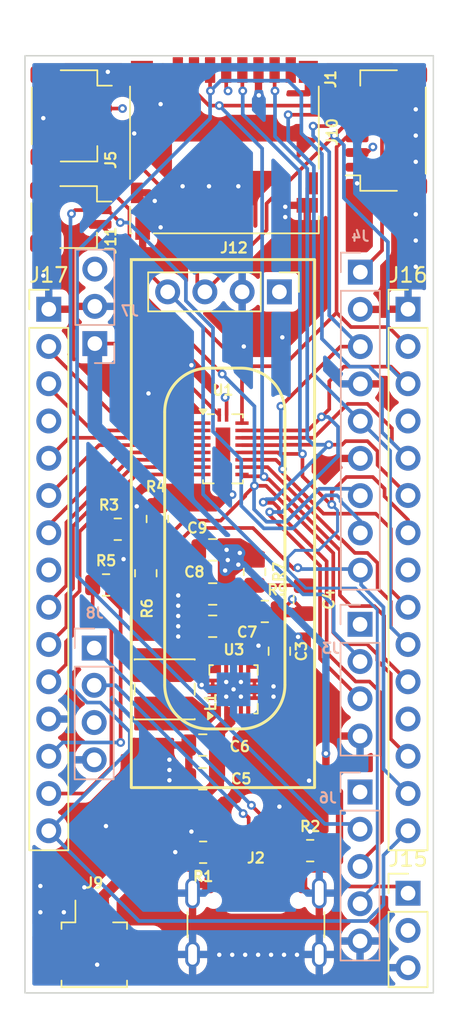
<source format=kicad_pcb>
(kicad_pcb (version 20241229) (generator "pcbnew") (generator_version "9.0")
  (layers (0 "F.Cu" signal) (4 "In1.Cu" signal) (6 "In2.Cu" signal) (2 "B.Cu" signal) (13 "F.Paste" user) (15 "B.Paste" user) (5 "F.SilkS" user "F.Silkscreen") (7 "B.SilkS" user "B.Silkscreen") (1 "F.Mask" user) (3 "B.Mask" user) (25 "Edge.Cuts" user))
  (net 0 "")
  (net 1 "Net-(U3-VAUX)")
  (net 2 "Earth")
  (net 3 "Net-(U3-FB)")
  (net 4 "+BATT")
  (net 5 "+5V")
  (net 6 "D38")
  (net 7 "SCK")
  (net 9 "MOSI")
  (net 10 "+3.3V")
  (net 12 "MISO")
  (net 13 "Net-(J2-CC1)")
  (net 14 "D-")
  (net 15 "D+")
  (net 16 "Net-(J2-CC2)")
  (net 17 "SCL")
  (net 18 "SDA")
  (net 19 "D13")
  (net 20 "A1")
  (net 21 "D12")
  (net 22 "A2")
  (net 23 "SCK_5")
  (net 24 "MOSI_5")
  (net 25 "A1_5")
  (net 26 "SCL_5")
  (net 27 "D13_5")
  (net 28 "D12_5")
  (net 29 "SDA_5")
  (net 30 "MISO_5")
  (net 31 "D38_5")
  (net 32 "A2_5")
  (net 33 "Net-(U3-L2)")
  (net 34 "Net-(U3-L1)")
  (net 38 "GNDA")
  (footprint "Capacitor_SMD:C_0805_2012Metric" (layer "F.Cu") (at 153.933908 100.065286 -90)
    (property "Reference" "C4")
    (property "Value" "10pF")
  )
  (footprint "Connector_JST:JST_SH_SM06B-SRSS-TB_1x06-1MP_P1.00mm_Horizontal" (layer "F.Cu") (at 159.527 68.075772 90)
    (property "Reference" "J10")
    (property "Value" "Ext.IMU")
  )
  (footprint "Capacitor_SMD:C_0805_2012Metric" (layer "F.Cu") (at 147.002 109.976772 180)
    (property "Reference" "C6")
    (property "Value" "10uF")
  )
  (footprint "Capacitor_SMD:C_0805_2012Metric" (layer "F.Cu") (at 147.677 96.665772 180)
    (property "Reference" "C9")
    (property "Value" "22uF")
  )
  (footprint "Connector_PinHeader_2.54mm:PinHeader_1x15_P2.54mm_Vertical" (layer "F.Cu") (at 136.5 80.26)
    (property "Reference" "J17")
    (property "Value" "5V IO")
  )
  (footprint "Capacitor_SMD:C_0805_2012Metric" (layer "F.Cu") (at 152.227 103.575772 90)
    (property "Reference" "C3")
    (property "Value" "100nF")
  )
  (footprint "Resistor_SMD:R_0805_2012Metric" (layer "F.Cu") (at 147.027 117.285772 180)
    (property "Reference" "R1")
    (property "Value" "5k1")
  )
  (footprint "Capacitor_SMD:C_0805_2012Metric" (layer "F.Cu") (at 147.002 112.276772 180)
    (property "Reference" "C5")
    (property "Value" "10uF")
  )
  (footprint "Connector_JST:JST_SH_SM04B-SRSS-TB_1x04-1MP_P1.00mm_Horizontal" (layer "F.Cu") (at 138.027 67.075772 -90)
    (property "Reference" "J5")
    (property "Value" "Ext.BME280")
  )
  (footprint "Package_DFN_QFN:WQFN-20-1EP_2.5x4.5mm_P0.5mm_EP1x2.9mm" (layer "F.Cu") (at 148.377 89.775772)
    (property "Reference" "U1")
    (property "Value" "FXMA108")
  )
  (footprint "Resistor_SMD:R_0805_2012Metric" (layer "F.Cu") (at 143.905784 94.56037 90)
    (property "Reference" "R4")
    (property "Value" "2k")
  )
  (footprint "Resistor_SMD:R_0805_2012Metric" (layer "F.Cu") (at 154.327 117.175772)
    (property "Reference" "R2")
    (property "Value" "5k1")
  )
  (footprint "Capacitor_SMD:C_0805_2012Metric" (layer "F.Cu") (at 147.677 99.675772 180)
    (property "Reference" "C8")
    (property "Value" "22uF")
  )
  (footprint "Capacitor_SMD:C_0805_2012Metric" (layer "F.Cu") (at 147.677 101.875772 180)
    (property "Reference" "C7")
    (property "Value" "22uF")
  )
  (footprint "Connector_USB:USB_C_Receptacle_GCT_USB4105-xx-A_16P_TopMnt_Horizontal" (layer "F.Cu") (at 150.627 123.175772)
    (property "Reference" "J2")
    (property "Value" "USB_C_Receptacle_USB2.0_14P")
  )
  (footprint "Connector_Card:microSD_HC_Hirose_DM3D-SF" (layer "F.Cu") (at 148.477 69.300772 180)
    (property "Reference" "J1")
    (property "Value" "Micro_SD_Card")
  )
  (footprint "Connector_PinHeader_2.54mm:PinHeader_1x15_P2.54mm_Vertical" (layer "F.Cu") (at 161 80.26)
    (property "Reference" "J16")
    (property "Value" "3v3 IO")
  )
  (footprint "Resistor_SMD:R_0805_2012Metric" (layer "F.Cu") (at 140.405784 99.06037)
    (property "Reference" "R5")
    (property "Value" "1k")
  )
  (footprint "Inductor_Extended:IND_SRP4020FA-1R0M" (layer "F.Cu") (at 144.402 106.176772 -90)
    (property "Reference" "L1")
    (property "Value" "1uH")
  )
  (footprint "Resistor_SMD:R_0805_2012Metric" (layer "F.Cu") (at 141.205784 95.26037)
    (property "Reference" "R3")
    (property "Value" "1k")
  )
  (footprint "Resistor_SMD:R_0805_2012Metric" (layer "F.Cu") (at 151.233908 100.865286)
    (property "Reference" "R9")
    (property "Value" "111k")
  )
  (footprint "Connector_PinHeader_2.54mm:PinHeader_1x03_P2.54mm_Vertical" (layer "F.Cu") (at 161 120.075)
    (property "Reference" "J15")
    (property "Value" "Int.Pwr")
  )
  (footprint "Resistor_SMD:R_0805_2012Metric" (layer "F.Cu") (at 143.118284 98.26037 90)
    (property "Reference" "R6")
    (property "Value" "2k")
  )
  (footprint "Connector_JST:JST_SH_SM02B-SRSS-TB_1x02-1MP_P1.00mm_Horizontal" (layer "F.Cu") (at 138.002 73.975772 -90)
    (property "Reference" "J11")
    (property "Value" "Ext.Photo")
  )
  (footprint "Package_SON:Texas_S-PWSON-N10_ThermalVias" (layer "F.Cu") (at 149.102 106.175772 90)
    (property "Reference" "U3")
    (property "Value" "TPS63060")
  )
  (footprint "Connector_Molex:Molex_PicoBlade_53261-0271_1x02-1MP_P1.25mm_Horizontal" (layer "F.Cu") (at 139.602 123.775772)
    (property "Reference" "J9")
    (property "Value" "Ext.Pwr")
  )
  (footprint "Connector_PinHeader_2.54mm:PinHeader_1x04_P2.54mm_Vertical" (layer "F.Cu") (at 152.227 79.075772 -90)
    (property "Reference" "J12")
    (property "Value" "Int.OLED")
  )
  (footprint "Resistor_SMD:R_0805_2012Metric" (layer "F.Cu") (at 150.533908 98.165286 -90)
    (property "Reference" "R7")
    (property "Value" "1M")
  )
  (footprint "Connector_PinSocket_2.54mm:PinSocket_1x03_P2.54mm_Vertical" (layer "B.Cu") (at 139.641431 82.602929)
    (property "Reference" "J7")
    (property "Value" "TinyPwr")
  )
  (footprint "Connector_PinSocket_2.54mm:PinSocket_1x04_P2.54mm_Vertical" (layer "B.Cu") (at 139.597 103.360772 180)
    (property "Reference" "J8")
    (property "Value" "TinyUSB")
  )
  (footprint "Connector_PinSocket_2.54mm:PinSocket_1x09_P2.54mm_Vertical" (layer "B.Cu") (at 157.747 77.730772 180)
    (property "Reference" "J4")
    (property "Value" "TinyGPIO")
  )
  (footprint "Connector_PinSocket_2.54mm:PinSocket_1x05_P2.54mm_Vertical" (layer "B.Cu") (at 157.727 113.175772 180)
    (property "Reference" "J6")
    (property "Value" "TinySPI")
  )
  (footprint "Connector_PinSocket_2.54mm:PinSocket_1x04_P2.54mm_Vertical" (layer "B.Cu") (at 157.727 101.740772 180)
    (property "Reference" "J3")
    (property "Value" "TinyI2C")
  )
  (gr_poly (pts (xy 146.277 106.775772) (xy 147.027 107.375772) (xy 148.127 107.375772) (xy 148.127 107.775772) (xy 147.027 108.875772) (xy 142.427 108.875772) (xy 142.427 106.775772)) (stroke (width 0.2)) (fill yes) (layer "F.Cu") (net 34))
  (gr_poly (pts (xy 146.177 105.575772) (xy 146.927 104.975772) (xy 148.127 104.975772) (xy 148.127 104.075772) (xy 147.527 103.475772) (xy 142.327 103.475772) (xy 142.327 105.575772)) (stroke (width 0.2)) (fill yes) (layer "F.Cu") (net 33))
  (gr_poly (pts (xy 149.127 98.375772) (xy 149.927 97.775772) (xy 151.127 97.775772) (xy 151.127 96.875798) (xy 149.55195 95.975772) (xy 148.127 95.975772) (xy 148.127 102.975772) (xy 148.527 103.375772) (xy 148.627 103.375772) (xy 149.127 102.875772)) (stroke (width 0.2)) (fill yes) (layer "F.Cu") (net 5))
  (gr_poly (pts (xy 148.427 109.175772) (xy 149.127 108.475772) (xy 149.127 107.475858) (xy 148.563753 107.476344) (xy 148.563681 108.271833) (xy 148.295498 108.475772) (xy 148.227 108.475772) (xy 147.527 109.175772) (xy 147.527 112.750772) (xy 148.427 112.375772)) (stroke (width 0.2)) (fill yes) (layer "F.Cu") (net 4))
  (gr_rect (start 142.127 76.875772) (end 154.627 112.875772) (stroke (width 0.2)) (fill no) (layer "F.SilkS"))
  (gr_arc (start 152.60568 105.875772) (mid 151.726999 107.997085) (end 149.60568 108.875772) (stroke (width 0.2)) (layer "F.SilkS"))
  (gr_arc (start 149.60568 84.275772) (mid 151.727013 85.154445) (end 152.60568 87.275772) (stroke (width 0.2)) (layer "F.SilkS"))
  (gr_arc (start 147.40568 108.875772) (mid 145.284373 107.997085) (end 144.40568 105.875772) (stroke (width 0.2)) (layer "F.SilkS"))
  (gr_line (start 149.60568 108.875772) (end 147.40568 108.875772) (stroke (width 0.2)) (layer "F.SilkS"))
  (gr_line (start 147.40568 84.275772) (end 149.60568 84.275772) (stroke (width 0.2)) (layer "F.SilkS"))
  (gr_line (start 144.40568 105.875772) (end 144.40568 87.275772) (stroke (width 0.2)) (layer "F.SilkS"))
  (gr_arc (start 144.40568 87.275772) (mid 145.284358 85.154445) (end 147.40568 84.275772) (stroke (width 0.2)) (layer "F.SilkS"))
  (gr_line (start 152.60568 87.275772) (end 152.60568 105.875772) (stroke (width 0.2)) (layer "F.SilkS"))
  (gr_poly (pts (xy 134.877 126.875772) (xy 134.877 62.975772) (xy 162.727 62.975772) (xy 162.727 126.875772)) (stroke (width 0.1)) (fill no) (layer "Edge.Cuts"))
  (segment (start 152.227 104.525772) (end 150.303 104.525772) (width 0.5) (layer "F.Cu") (net 1))
  (segment (start 150.303 104.525772) (end 150.193 104.415772) (width 0.5) (layer "F.Cu") (net 1))
  (segment (start 152.201228 102.6) (end 152.227 102.625772) (width 0.5) (layer "F.Cu") (net 2))
  (segment (start 154.127 72.000772) (end 154.452 71.675772) (width 0.25) (layer "F.Cu") (net 2))
  (segment (start 147.677 105.575772) (end 147.677 106.775772) (width 0.25) (layer "F.Cu") (net 2))
  (segment (start 154.947 120.070772) (end 154.402 120.070772) (width 0.25) (layer "F.Cu") (net 2))
  (segment (start 154.127 73.175772) (end 154.127 72.000772) (width 0.25) (layer "F.Cu") (net 2))
  (segment (start 154.402 120.070772) (end 153.827 119.495772) (width 0.25) (layer "F.Cu") (net 2))
  (segment (start 151.4 102.6) (end 152.201228 102.6) (width 0.5) (layer "F.Cu") (net 2))
  (segment (start 150.8 103.2) (end 151.4 102.6) (width 0.5) (layer "F.Cu") (net 2))
  (segment (start 149.602 107.650772) (end 149.602 106.675772) (width 0.25) (layer "F.Cu") (net 2))
  (segment (start 152.327 100.865286) (end 152.146408 100.865286) (width 0.25) (layer "F.Cu") (net 2))
  (segment (start 150.527 106.775772) (end 150.527 105.575772) (width 0.25) (layer "F.Cu") (net 2))
  (segment (start 142.902 72.725772) (end 142.502 72.325772) (width 0.25) (layer "F.Cu") (net 2))
  (segment (start 153.107234 100.031385) (end 153.107234 100.085052) (width 0.25) (layer "F.Cu") (net 2))
  (segment (start 153.933908 100.872194) (end 153.933908 101.015286) (width 0.25) (layer "F.Cu") (net 2))
  (segment (start 142.902 74.750772) (end 142.902 72.725772) (width 0.25) (layer "F.Cu") (net 2))
  (segment (start 148.175772 92.075772) (end 148.127 92.075772) (width 0.25) (layer "F.Cu") (net 2))
  (segment (start 153.107234 100.031385) (end 153.107234 100.04552) (width 0.25) (layer "F.Cu") (net 2))
  (segment (start 148.627 92.075772) (end 148.127 92.075772) (width 0.25) (layer "F.Cu") (net 2))
  (segment (start 149.602 104.700772) (end 149.602 105.675772) (width 0.25) (layer "F.Cu") (net 2))
  (segment (start 136.444718 98.221573) (end 136.481199 98.221573) (width 0.25) (layer "F.Cu") (net 2))
  (segment (start 146.307 120.070772) (end 146.852 120.070772) (width 0.25) (layer "F.Cu") (net 2))
  (segment (start 153.107234 100.085052) (end 152.327 100.865286) (width 0.25) (layer "F.Cu") (net 2))
  (segment (start 153.107234 100.04552) (end 153.933908 100.872194) (width 0.25) (layer "F.Cu") (net 2))
  (segment (start 149 92.9) (end 148.175772 92.075772) (width 0.25) (layer "F.Cu") (net 2))
  (segment (start 146.852 120.070772) (end 147.427 119.495772) (width 0.25) (layer "F.Cu") (net 2))
  (segment (start 149.602 107.650772) (end 149.602 107.935772) (width 0.25) (layer "F.Cu") (net 2))
  (via (at 161.527 75.575772) (size 0.6) (drill 0.3) (layers "F.Cu" "B.Cu") (net 2))
  (via (at 152.627 73.975772) (size 0.6) (drill 0.3) (layers "F.Cu" "B.Cu") (net 2))
  (via (at 151.827 105.975772) (size 0.6) (drill 0.3) (layers "F.Cu" "B.Cu") (net 2))
  (via (at 145.127 117.275772) (size 0.6) (drill 0.3) (layers "F.Cu" "B.Cu") (net 2))
  (via (at 143.3 86) (size 0.6) (drill 0.3) (layers "F.Cu" "B.Cu") (net 2))
  (via (at 137.527 121.375772) (size 0.6) (drill 0.3) (layers "F.Cu" "B.Cu") (net 2))
  (via (at 152.543667 124.275772) (size 0.6) (drill 0.3) (layers "F.Cu" "B.Cu") (net 2))
  (via (at 141.6 97.3) (size 0.6) (drill 0.3) (layers "F.Cu" "B.Cu") (net 2))
  (via (at 161.527 70.209106) (size 0.6) (drill 0.3) (layers "F.Cu" "B.Cu") (net 2))
  (via (at 136.127 77.964661) (size 0.6) (drill 0.3) (layers "F.Cu" "B.Cu") (net 2))
  (via (at 142.327 68.275772) (size 0.6) (drill 0.3) (layers "F.Cu" "B.Cu") (net 2))
  (via (at 148.127 124.275772) (size 0.6) (drill 0.3) (layers "F.Cu" "B.Cu") (net 2))
  (via (at 145.327 102.575772) (size 0.6) (drill 0.3) (layers "F.Cu" "B.Cu") (net 2))
  (via (at 149.8 82.8) (size 0.6) (drill 0.3) (layers "F.Cu" "B.Cu") (net 2))
  (via (at 135.927 121.375772) (size 0.6) (drill 0.3) (layers "F.Cu" "B.Cu") (net 2))
  (via (at 151.660333 124.275772) (size 0.6) (drill 0.3) (layers "F.Cu" "B.Cu") (net 2))
  (via (at 161.527 73.786883) (size 0.6) (drill 0.3) (layers "F.Cu" "B.Cu") (net 2))
  (via (at 153.5 102.6) (size 0.6) (drill 0.3) (layers "F.Cu" "B.Cu") (net 2))
  (via (at 136.127 67.231328) (size 0.6) (drill 0.3) (layers "F.Cu" "B.Cu") (net 2))
  (via (at 145.327 101.175772) (size 0.6) (drill 0.3) (layers "F.Cu" "B.Cu") (net 2))
  (via (at 140.527 64.075772) (size 0.6) (drill 0.3) (layers "F.Cu" "B.Cu") (net 2))
  (via (at 146.927 105.875772) (size 0.6) (drill 0.3) (layers "F.Cu" "B.Cu") (net 2))
  (via (at 157.527 71.675772) (size 0.6) (drill 0.3) (layers "F.Cu" "B.Cu") (net 2))
  (via (at 149.893667 124.275772) (size 0.6) (drill 0.3) (layers "F.Cu" "B.Cu") (net 2))
  (via (at 161.527 66.631328) (size 0.6) (drill 0.3) (layers "F.Cu" "B.Cu") (net 2))
  (via (at 145.327 99.775772) (size 0.6) (drill 0.3) (layers "F.Cu" "B.Cu") (net 2))
  (via (at 149 92.9) (size 0.6) (drill 0.3) (layers "F.Cu" "B.Cu") (net 2))
  (via (at 144.727 110.975772) (size 0.6) (drill 0.3) (layers "F.Cu" "B.Cu") (net 2))
  (via (at 145.627 71.875772) (size 0.6) (drill 0.3) (layers "F.Cu" "B.Cu") (net 2))
  (via (at 147.427 71.875772) (size 0.6) (drill 0.3) (layers "F.Cu" "B.Cu") (net 2))
  (via (at 144.127 74.675772) (size 0.6) (drill 0.3) (layers "F.Cu" "B.Cu") (net 2))
  (via (at 144.727 111.675772) (size 0.6) (drill 0.3) (layers "F.Cu" "B.Cu") (net 2))
  (via (at 145.327 100.475772) (size 0.6) (drill 0.3) (layers "F.Cu" "B.Cu") (net 2))
  (via (at 151.827 106.675772) (size 0.6) (drill 0.3) (layers "F.Cu" "B.Cu") (net 2))
  (via (at 149.427 71.875772) (size 0.6) (drill 0.3) (layers "F.Cu" "B.Cu") (net 2))
  (via (at 138.927 119.675772) (size 0.6) (drill 0.3) (layers "F.Cu" "B.Cu") (net 2))
  (via (at 150.827 65.675772) (size 0.6) (drill 0.3) (layers "F.Cu" "B.Cu") (net 2))
  (via (at 153.107234 100.031385) (size 0.6) (drill 0.3) (layers "F.Cu" "B.Cu") (net 2))
  (via (at 153.427 124.275772) (size 0.6) (drill 0.3) (layers "F.Cu" "B.Cu") (net 2))
  (via (at 150.777 124.275772) (size 0.6) (drill 0.3) (layers "F.Cu" "B.Cu") (net 2))
  (via (at 146.227 84.075772) (size 0.6) (drill 0.3) (layers "F.Cu" "B.Cu") (net 2))
  (via (at 154.25 112.4) (size 0.6) (drill 0.3) (layers "F.Cu" "B.Cu") (net 2))
  (via (at 150.8 103.2) (size 0.6) (drill 0.3) (layers "F.Cu" "B.Cu") (net 2))
  (via (at 145.327 101.875772) (size 0.6) (drill 0.3) (layers "F.Cu" "B.Cu") (net 2))
  (via (at 149.010333 124.275772) (size 0.6) (drill 0.3) (layers "F.Cu" "B.Cu") (net 2))
  (via (at 161.527 68.420217) (size 0.6) (drill 0.3) (layers "F.Cu" "B.Cu") (net 2))
  (via (at 143.727 72.875772) (size 0.6) (drill 0.3) (layers "F.Cu" "B.Cu") (net 2))
  (via (at 152.627 73.275772) (size 0.6) (drill 0.3) (layers "F.Cu" "B.Cu") (net 2))
  (via (at 146.227 115.875772) (size 0.6) (drill 0.3) (layers "F.Cu" "B.Cu") (net 2))
  (via (at 161.527 77.364661) (size 0.6) (drill 0.3) (layers "F.Cu" "B.Cu") (net 2))
  (via (at 144.727 112.375772) (size 0.6) (drill 0.3) (layers "F.Cu" "B.Cu") (net 2))
  (via (at 139.8 124.95) (size 0.6) (drill 0.3) (layers "F.Cu" "B.Cu") (net 2))
  (via (at 140.4 115.5) (size 0.6) (drill 0.3) (layers "F.Cu" "B.Cu") (net 2))
  (via (at 152.227 114.175772) (size 0.6) (drill 0.3) (layers "F.Cu" "B.Cu") (net 2))
  (via (at 152.427 82.175772) (size 0.6) (drill 0.3) (layers "F.Cu" "B.Cu") (net 2))
  (via (at 154.327 115.875772) (size 0.6) (drill 0.3) (layers "F.Cu" "B.Cu") (net 2))
  (via (at 144.127 66.275772) (size 0.6) (drill 0.3) (layers "F.Cu" "B.Cu") (net 2))
  (via (at 142.5 93.7) (size 0.6) (drill 0.3) (layers "F.Cu" "B.Cu") (net 2))
  (via (at 135.927 119.586883) (size 0.6) (drill 0.3) (layers "F.Cu" "B.Cu") (net 2))
  (segment (start 150.533908 99.077786) (end 153.896408 99.077786) (width 0.25) (layer "F.Cu") (net 3))
  (segment (start 150.321408 100.865286) (end 150.321408 99.290286) (width 0.25) (layer "F.Cu") (net 3))
  (segment (start 149.102 104.700772) (end 149.102 104.415772) (width 0.25) (layer "F.Cu") (net 3))
  (segment (start 150.321408 99.290286) (end 150.533908 99.077786) (width 0.25) (layer "F.Cu") (net 3))
  (segment (start 150.6145 102.288272) (end 150.6145 101.158378) (width 0.25) (layer "F.Cu") (net 3))
  (segment (start 153.896408 99.077786) (end 153.933908 99.115286) (width 0.25) (layer "F.Cu") (net 3))
  (segment (start 150.6145 101.158378) (end 150.321408 100.865286) (width 0.25) (layer "F.Cu") (net 3))
  (segment (start 149.102 103.800772) (end 150.6145 102.288272) (width 0.25) (layer "F.Cu") (net 3))
  (segment (start 149.102 104.415772) (end 149.102 103.800772) (width 0.25) (layer "F.Cu") (net 3))
  (segment (start 140.227 121.375772) (end 140.227 120.275772) (width 0.75) (layer "F.Cu") (net 4))
  (segment (start 147.952 112.550772) (end 147.952 112.276772) (width 0.75) (layer "F.Cu") (net 4))
  (segment (start 140.227 120.275772) (end 147.952 112.550772) (width 0.75) (layer "F.Cu") (net 4))
  (segment (start 149.004001 120.847772) (end 152.249999 120.847772) (width 0.25) (layer "F.Cu") (net 5))
  (segment (start 148.227 120.070771) (end 149.004001 120.847772) (width 0.25) (layer "F.Cu") (net 5))
  (segment (start 148.602 104.700772) (end 148.602 102.400772) (width 0.25) (layer "F.Cu") (net 5))
  (segment (start 155.4 112.248772) (end 156.327 113.175772) (width 0.5) (layer "F.Cu") (net 5))
  (segment (start 143.254157 82.602929) (end 148.127 87.475772) (width 0.25) (layer "F.Cu") (net 5))
  (segment (start 156.988674 119.619772) (end 155.79166 118.422758) (width 0.25) (layer "F.Cu") (net 5))
  (segment (start 148.602 102.400772) (end 148.627 102.375772) (width 0.25) (layer "F.Cu") (net 5))
  (segment (start 148.627 102.375772) (end 148.627 101.875772) (width 0.25) (layer "F.Cu") (net 5))
  (segment (start 160.544772 119.619772) (end 156.988674 119.619772) (width 0.25) (layer "F.Cu") (net 5))
  (segment (start 153.027 119.495772) (end 153.027 118.775772) (width 0.5) (layer "F.Cu") (net 5))
  (segment (start 153.380014 118.422758) (end 155.79166 118.422758) (width 0.5) (layer "F.Cu") (net 5))
  (segment (start 148.227 119.495772) (end 148.227 120.070771) (width 0.25) (layer "F.Cu") (net 5))
  (segment (start 156.327 113.175772) (end 156.327 117.887418) (width 0.5) (layer "F.Cu") (net 5))
  (segment (start 148.602 104.700772) (end 148.602 104.415772) (width 0.25) (layer "F.Cu") (net 5))
  (segment (start 152.249999 120.847772) (end 153.027 120.070771) (width 0.25) (layer "F.Cu") (net 5))
  (segment (start 155.4 110.55) (end 155.4 112.248772) (width 0.5) (layer "F.Cu") (net 5))
  (segment (start 161 120.075) (end 160.544772 119.619772) (width 0.25) (layer "F.Cu") (net 5))
  (segment (start 153.027 120.070771) (end 153.027 119.495772) (width 0.25) (layer "F.Cu") (net 5))
  (segment (start 153.027 118.775772) (end 153.380014 118.422758) (width 0.5) (layer "F.Cu") (net 5))
  (segment (start 156.327 117.887418) (end 155.79166 118.422758) (width 0.5) (layer "F.Cu") (net 5))
  (segment (start 139.641431 82.602929) (end 143.254157 82.602929) (width 0.25) (layer "F.Cu") (net 5))
  (via (at 149.527 96.875772) (size 0.6) (drill 0.3) (layers "F.Cu" "B.Cu") (net 5))
  (via (at 148.708325 97.361558) (size 0.6) (drill 0.3) (layers "F.Cu" "B.Cu") (net 5))
  (via (at 155.4 110.55) (size 0.6) (drill 0.3) (layers "F.Cu" "B.Cu") (net 5))
  (via (at 148.527 98.075772) (size 0.6) (drill 0.3) (layers "F.Cu" "B.Cu") (net 5))
  (via (at 148.627 96.665772) (size 0.6) (drill 0.3) (layers "F.Cu" "B.Cu") (net 5))
  (via (at 149.427 97.675772) (size 0.6) (drill 0.3) (layers "F.Cu" "B.Cu") (net 5))
  (segment (start 152.376 100.376361) (end 152.376 100.276) (width 0.5) (layer "B.Cu") (net 5))
  (segment (start 148.527 96.765772) (end 148.627 96.665772) (width 0.75) (layer "B.Cu") (net 5))
  (segment (start 148.527 98.075772) (end 148.527 96.765772) (width 0.75) (layer "B.Cu") (net 5))
  (segment (start 155.4 103.3) (end 152.916286 100.816286) (width 0.5) (layer "B.Cu") (net 5))
  (segment (start 149.427 97.675772) (end 149.427 96.975772) (width 0.75) (layer "B.Cu") (net 5))
  (segment (start 149.317 96.665772) (end 149.527 96.875772) (width 0.75) (layer "B.Cu") (net 5))
  (segment (start 148.627 96.665772) (end 149.317 96.665772) (width 0.75) (layer "B.Cu") (net 5))
  (segment (start 155.4 110.55) (end 155.4 103.3) (width 0.5) (layer "B.Cu") (net 5))
  (segment (start 152.376 100.276) (end 149.775772 97.675772) (width 0.5) (layer "B.Cu") (net 5))
  (segment (start 152.916286 100.816286) (end 152.815925 100.816286) (width 0.5) (layer "B.Cu") (net 5))
  (segment (start 149.775772 97.675772) (end 149.427 97.675772) (width 0.5) (layer "B.Cu") (net 5))
  (segment (start 148.527 97.875772) (end 149.527 96.875772) (width 0.75) (layer "B.Cu") (net 5))
  (segment (start 148.527 98.075772) (end 148.527 97.875772) (width 0.75) (layer "B.Cu") (net 5))
  (segment (start 149.427 97.675772) (end 149.427 97.465772) (width 0.75) (layer "B.Cu") (net 5))
  (segment (start 149.427 97.465772) (end 148.627 96.665772) (width 0.75) (layer "B.Cu") (net 5))
  (segment (start 148.708325 97.361558) (end 139.641431 88.294664) (width 1) (layer "B.Cu") (net 5))
  (segment (start 148.927 97.675772) (end 148.527 98.075772) (width 0.75) (layer "B.Cu") (net 5))
  (segment (start 149.427 96.975772) (end 149.527 96.875772) (width 0.75) (layer "B.Cu") (net 5))
  (segment (start 152.815925 100.816286) (end 152.376 100.376361) (width 0.5) (layer "B.Cu") (net 5))
  (segment (start 139.641431 88.294664) (end 139.641431 82.602929) (width 1) (layer "B.Cu") (net 5))
  (segment (start 149.427 97.675772) (end 148.927 97.675772) (width 0.75) (layer "B.Cu") (net 5))
  (segment (start 149.802 91.650772) (end 149.677 91.525772) (width 0.25) (layer "F.Cu") (net 6))
  (segment (start 151.175518 91.675) (end 151.15129 91.650772) (width 0.25) (layer "F.Cu") (net 6))
  (segment (start 158.7 100.5) (end 159.373 101.173) (width 0.25) (layer "F.Cu") (net 6))
  (segment (start 148.127 66.375772) (end 154.527 66.375772) (width 0.25) (layer "F.Cu") (net 6))
  (segment (start 151.175518 91.675) (end 151.349518 91.849) (width 0.25) (layer "F.Cu") (net 6))
  (segment (start 156.227 64.675772) (end 158.527 64.675772) (width 0.25) (layer "F.Cu") (net 6))
  (segment (start 157.1 100.5) (end 158.7 100.5) (width 0.25) (layer "F.Cu") (net 6))
  (segment (start 151.15129 91.650772) (end 149.802 91.650772) (width 0.25) (layer "F.Cu") (net 6))
  (segment (start 146.402 63.950772) (end 146.402 65.350772) (width 0.25) (layer "F.Cu") (net 6))
  (segment (start 159.373 101.173) (end 159.373 104.033) (width 0.25) (layer "F.Cu") (net 6))
  (segment (start 159.373 104.033) (end 161 105.66) (width 0.25) (layer "F.Cu") (net 6))
  (segment (start 156.353 96.698986) (end 156.353 99.753) (width 0.25) (layer "F.Cu") (net 6))
  (segment (start 154.527 66.375772) (end 156.227 64.675772) (width 0.25) (layer "F.Cu") (net 6))
  (segment (start 151.349518 91.849) (end 151.503014 91.849) (width 0.25) (layer "F.Cu") (net 6))
  (segment (start 159.227 76.250772) (end 157.747 77.730772) (width 0.25) (layer "F.Cu") (net 6))
  (segment (start 158.527 64.675772) (end 159.227 65.375772) (width 0.25) (layer "F.Cu") (net 6))
  (segment (start 147.427 66.375772) (end 148.127 66.375772) (width 0.25) (layer "F.Cu") (net 6))
  (segment (start 151.503014 91.849) (end 156.353 96.698986) (width 0.25) (layer "F.Cu") (net 6))
  (segment (start 156.353 99.753) (end 157.1 100.5) (width 0.25) (layer "F.Cu") (net 6))
  (segment (start 159.227 65.375772) (end 159.227 76.250772) (width 0.25) (layer "F.Cu") (net 6))
  (segment (start 146.402 65.350772) (end 147.427 66.375772) (width 0.25) (layer "F.Cu") (net 6))
  (via (at 151.175518 91.675) (size 0.6) (drill 0.3) (layers "F.Cu" "B.Cu") (net 6))
  (via (at 148.127 66.375772) (size 0.6) (drill 0.3) (layers "F.Cu" "B.Cu") (net 6))
  (segment (start 151.152 91.600772) (end 151.051 91.499772) (width 0.25) (layer "B.Cu") (net 6))
  (segment (start 151.152 91.651482) (end 151.152 91.600772) (width 0.25) (layer "B.Cu") (net 6))
  (segment (start 151.051 69.299772) (end 148.127 66.375772) (width 0.25) (layer "B.Cu") (net 6))
  (segment (start 151.175518 91.675) (end 151.152 91.651482) (width 0.25) (layer "B.Cu") (net 6))
  (segment (start 151.051 91.499772) (end 151.051 69.299772) (width 0.25) (layer "B.Cu") (net 6))
  (segment (start 149.702 65.350772) (end 149.727 65.375772) (width 0.25) (layer "F.Cu") (net 7))
  (segment (start 153.8 91.65) (end 153.8 90.125) (width 0.25) (layer "F.Cu") (net 7))
  (segment (start 152.125772 90.025772) (end 149.677 90.025772) (width 0.25) (layer "F.Cu") (net 7))
  (segment (start 159.4 92.5) (end 159.4 93.023116) (width 0.25) (layer "F.Cu") (net 7))
  (segment (start 155.725 93.575) (end 153.8 91.65) (width 0.25) (layer "F.Cu") (net 7))
  (segment (start 152.225 90.125) (end 152.125772 90.025772) (width 0.25) (layer "F.Cu") (net 7))
  (segment (start 155.8 92.7) (end 156.8 91.7) (width 0.25) (layer "F.Cu") (net 7))
  (segment (start 161 94.623116) (end 161 95.5) (width 0.25) (layer "F.Cu") (net 7))
  (segment (start 158.6 91.7) (end 159.4 92.5) (width 0.25) (layer "F.Cu") (net 7))
  (segment (start 159.4 93.023116) (end 161 94.623116) (width 0.25) (layer "F.Cu") (net 7))
  (segment (start 155.8 93.575) (end 155.725 93.575) (width 0.25) (layer "F.Cu") (net 7))
  (segment (start 155.8 93.575) (end 155.8 92.7) (width 0.25) (layer "F.Cu") (net 7))
  (segment (start 156.8 91.7) (end 158.6 91.7) (width 0.25) (layer "F.Cu") (net 7))
  (segment (start 153.8 90.125) (end 152.225 90.125) (width 0.25) (layer "F.Cu") (net 7))
  (segment (start 149.702 63.950772) (end 149.702 65.350772) (width 0.25) (layer "F.Cu") (net 7))
  (via (at 149.727 65.375772) (size 0.6) (drill 0.3) (layers "F.Cu" "B.Cu") (net 7))
  (via (at 153.8 90.125) (size 0.6) (drill 0.3) (layers "F.Cu" "B.Cu") (net 7))
  (via (at 155.8 93.575) (size 0.6) (drill 0.3) (layers "F.Cu" "B.Cu") (net 7))
  (segment (start 152.8 98.048772) (end 154.027 99.275772) (width 0.2) (layer "B.Cu") (net 7))
  (segment (start 153.627 89.875772) (end 153.627 70.875772) (width 0.25) (layer "B.Cu") (net 7))
  (segment (start 156.191942 95.41083) (end 154.902772 96.7) (width 0.2) (layer "B.Cu") (net 7))
  (segment (start 158.9 100.748772) (end 158.9 119.362772) (width 0.2) (layer "B.Cu") (net 7))
  (segment (start 153.627 70.875772) (end 149.727 66.975772) (width 0.25) (layer "B.Cu") (net 7))
  (segment (start 153.8 90.048772) (end 153.627 89.875772) (width 0.25) (layer "B.Cu") (net 7))
  (segment (start 155.8 93.575) (end 156.191942 93.966942) (width 0.2) (layer "B.Cu") (net 7))
  (segment (start 154.902772 96.7) (end 153.3 96.7) (width 0.2) (layer "B.Cu") (net 7))
  (segment (start 149.727 66.975772) (end 149.727 65.375772) (width 0.25) (layer "B.Cu") (net 7))
  (segment (start 157.427 99.275772) (end 158.9 100.748772) (width 0.2) (layer "B.Cu") (net 7))
  (segment (start 156.191942 93.966942) (end 156.191942 95.41083) (width 0.2) (layer "B.Cu") (net 7))
  (segment (start 157.727 120.535772) (end 157.727 120.795772) (width 0.2) (layer "B.Cu") (net 7))
  (segment (start 153.8 90.125) (end 153.8 90.048772) (width 0.25) (layer "B.Cu") (net 7))
  (segment (start 154.027 99.275772) (end 157.427 99.275772) (width 0.2) (layer "B.Cu") (net 7))
  (segment (start 153.3 96.7) (end 152.8 97.2) (width 0.2) (layer "B.Cu") (net 7))
  (segment (start 158.9 119.362772) (end 157.727 120.535772) (width 0.2) (layer "B.Cu") (net 7))
  (segment (start 152.8 97.2) (end 152.8 98.048772) (width 0.2) (layer "B.Cu") (net 7))
  (segment (start 147.502 63.950772) (end 147.502 65.350772) (width 0.25) (layer "F.Cu") (net 9))
  (segment (start 149.677 89.025772) (end 154.574228 89.025772) (width 0.25) (layer "F.Cu") (net 9))
  (segment (start 147.502 65.350772) (end 147.527 65.375772) (width 0.25) (layer "F.Cu") (net 9))
  (segment (start 156.885228 86.714772) (end 158.234116 86.714772) (width 0.25) (layer "F.Cu") (net 9))
  (segment (start 158.234116 86.714772) (end 159.9 88.380656) (width 0.25) (layer "F.Cu") (net 9))
  (segment (start 159.9 88.380656) (end 159.9 89.32) (width 0.25) (layer "F.Cu") (net 9))
  (segment (start 159.9 89.32) (end 161 90.42) (width 0.25) (layer "F.Cu") (net 9))
  (segment (start 154.574228 89.025772) (end 156.885228 86.714772) (width 0.25) (layer "F.Cu") (net 9))
  (via (at 147.527 65.375772) (size 0.6) (drill 0.3) (layers "F.Cu" "B.Cu") (net 9))
  (segment (start 157.467 115.355772) (end 155.329 115.355772) (width 0.25) (layer "B.Cu") (net 9))
  (segment (start 153.727 68.275772) (end 155.127 69.675772) (width 0.25) (layer "B.Cu") (net 9))
  (segment (start 153.727 65.575772) (end 153.727 68.275772) (width 0.25) (layer "B.Cu") (net 9))
  (segment (start 155.127 69.675772) (end 155.127 82.275772) (width 0.25) (layer "B.Cu") (net 9))
  (segment (start 152.827 64.675772) (end 153.727 65.575772) (width 0.25) (layer "B.Cu") (net 9))
  (segment (start 158.351312 84.175772) (end 159.227 85.05146) (width 0.25) (layer "B.Cu") (net 9))
  (segment (start 147.501 67.249) (end 147.501 65.401772) (width 0.25) (layer "B.Cu") (net 9))
  (segment (start 147.527 65.375772) (end 148.227 64.675772) (width 0.25) (layer "B.Cu") (net 9))
  (segment (start 155.329 115.355772) (end 138.431155 98.457927) (width 0.25) (layer "B.Cu") (net 9))
  (segment (start 138.431155 76.318845) (end 147.501 67.249) (width 0.25) (layer "B.Cu") (net 9))
  (segment (start 138.431155 98.457927) (end 138.431155 76.318845) (width 0.25) (layer "B.Cu") (net 9))
  (segment (start 159.227 85.05146) (end 159.227 88.647) (width 0.25) (layer "B.Cu") (net 9))
  (segment (start 157.727 115.615772) (end 157.467 115.355772) (width 0.25) (layer "B.Cu") (net 9))
  (segment (start 155.127 82.275772) (end 157.027 84.175772) (width 0.25) (layer "B.Cu") (net 9))
  (segment (start 157.027 84.175772) (end 158.351312 84.175772) (width 0.25) (layer "B.Cu") (net 9))
  (segment (start 148.227 64.675772) (end 152.827 64.675772) (width 0.25) (layer "B.Cu") (net 9))
  (segment (start 159.227 88.647) (end 161 90.42) (width 0.25) (layer "B.Cu") (net 9))
  (segment (start 157.727 115.715772) (end 157.727 115.615772) (width 0.25) (layer "B.Cu") (net 9))
  (segment (start 147.501 65.401772) (end 147.527 65.375772) (width 0.25) (layer "B.Cu") (net 9))
  (segment (start 148.602 65.250772) (end 148.727 65.375772) (width 0.25) (layer "F.Cu") (net 10))
  (segment (start 157.527 69.575772) (end 158.22502 69.575772) (width 0.25) (layer "F.Cu") (net 10))
  (segment (start 148.602 63.950772) (end 148.602 65.250772) (width 0.25) (layer "F.Cu") (net 10))
  (segment (start 158.22502 69.575772) (end 158.602 69.198792) (width 0.25) (layer "F.Cu") (net 10))
  (segment (start 148.627 86.375772) (end 148.527 86.275772) (width 0.25) (layer "F.Cu") (net 10))
  (segment (start 148.627 87.475772) (end 148.627 86.375772) (width 0.25) (layer "F.Cu") (net 10))
  (segment (start 140.027 66.575772) (end 141.527 66.575772) (width 0.25) (layer "F.Cu") (net 10))
  (via (at 141.527 66.575772) (size 0.6) (drill 0.3) (layers "F.Cu" "B.Cu") (net 10))
  (via (at 158.602 69.198792) (size 0.6) (drill 0.3) (layers "F.Cu" "B.Cu") (net 10))
  (via (at 148.527 86.275772) (size 0.6) (drill 0.3) (layers "F.Cu" "B.Cu") (net 10))
  (via (at 148.727 65.375772) (size 0.6) (drill 0.3) (layers "F.Cu" "B.Cu") (net 10))
  (segment (start 151.084151 93.457058) (end 151.82624 93.457058) (width 0.25) (layer "F.Cu") (net 12))
  (segment (start 152.192942 93.82376) (end 152.192942 94.192942) (width 0.25) (layer "F.Cu") (net 12))
  (segment (start 158.923 90.883) (end 161 92.96) (width 0.25) (layer "F.Cu") (net 12))
  (segment (start 151.82624 93.457058) (end 152.192942 93.82376) (width 0.25) (layer "F.Cu") (net 12))
  (segment (start 155.451 103.667888) (end 157.427884 105.644772) (width 0.25) (layer "F.Cu") (net 12))
  (segment (start 157.727 117.995772) (end 157.727 118.255772) (width 0.25) (layer "F.Cu") (net 12))
  (segment (start 156.5 89.5) (end 156.745228 89.254772) (width 0.25) (layer "F.Cu") (net 12))
  (segment (start 151.927 65.475772) (end 151.902 65.450772) (width 0.25) (layer "F.Cu") (net 12))
  (segment (start 151.125 93.416209) (end 151.084151 93.457058) (width 0.25) (layer "F.Cu") (net 12))
  (segment (start 157.427884 105.644772) (end 158.371772 105.644772) (width 0.25) (layer "F.Cu") (net 12))
  (segment (start 151.902 65.450772) (end 151.902 63.950772) (width 0.25) (layer "F.Cu") (net 12))
  (segment (start 155.451 97.451) (end 155.451 103.667888) (width 0.25) (layer "F.Cu") (net 12))
  (segment (start 155.6 89.5) (end 152.551544 89.5) (width 0.25) (layer "F.Cu") (net 12))
  (segment (start 159.227 106.5) (end 159.227 116.495772) (width 0.25) (layer "F.Cu") (net 12))
  (segment (start 152.551544 89.5) (end 152.525772 89.525772) (width 0.25) (layer "F.Cu") (net 12))
  (segment (start 159.227 116.495772) (end 157.727 117.995772) (width 0.25) (layer "F.Cu") (net 12))
  (segment (start 158.923 89.943656) (end 158.923 90.883) (width 0.25) (layer "F.Cu") (net 12))
  (segment (start 152.192942 94.192942) (end 155.451 97.451) (width 0.25) (layer "F.Cu") (net 12))
  (segment (start 156.745228 89.254772) (end 158.234116 89.254772) (width 0.25) (layer "F.Cu") (net 12))
  (segment (start 158.371772 105.644772) (end 159.227 106.5) (width 0.25) (layer "F.Cu") (net 12))
  (segment (start 152.525772 89.525772) (end 149.677 89.525772) (width 0.25) (layer "F.Cu") (net 12))
  (segment (start 158.234116 89.254772) (end 158.923 89.943656) (width 0.25) (layer "F.Cu") (net 12))
  (segment (start 155.6 89.5) (end 156.5 89.5) (width 0.25) (layer "F.Cu") (net 12))
  (via (at 151.125 93.416209) (size 0.6) (drill 0.3) (layers "F.Cu" "B.Cu") (net 12))
  (via (at 155.6 89.5) (size 0.6) (drill 0.3) (layers "F.Cu" "B.Cu") (net 12))
  (via (at 151.927 65.375772) (size 0.6) (drill 0.3) (layers "F.Cu" "B.Cu") (net 12))
  (segment (start 151.125 93.416209) (end 151.330362 93.210847) (width 0.25) (layer "B.Cu") (net 12))
  (segment (start 155.6 89.5) (end 154.551228 89.5) (width 0.25) (layer "B.Cu") (net 12))
  (segment (start 154.127 89.075772) (end 154.127 70.675772) (width 0.25) (layer "B.Cu") (net 12))
  (segment (start 151.889153 93.210847) (end 155.6 89.5) (width 0.25) (layer "B.Cu") (net 12))
  (segment (start 151.330362 93.210847) (end 151.889153 93.210847) (width 0.25) (layer "B.Cu") (net 12))
  (segment (start 151.927 68.475772) (end 151.927 65.375772) (width 0.25) (layer "B.Cu") (net 12))
  (segment (start 154.127 70.675772) (end 151.927 68.475772) (width 0.25) (layer "B.Cu") (net 12))
  (segment (start 154.551228 89.5) (end 154.127 89.075772) (width 0.25) (layer "B.Cu") (net 12))
  (segment (start 149.377 119.495772) (end 149.377 118.723272) (width 0.25) (layer "F.Cu") (net 13))
  (segment (start 149.377 118.723272) (end 147.9395 117.285772) (width 0.25) (layer "F.Cu") (net 13))
  (segment (start 150.620178 118.594772) (end 150.877 118.851594) (width 0.25) (layer "F.Cu") (net 14))
  (segment (start 149.752427 114.647573) (end 149.847573 114.647573) (width 0.25) (layer "F.Cu") (net 14))
  (segment (start 149.877 118.911298) (end 149.877 119.495772) (width 0.25) (layer "F.Cu") (net 14))
  (segment (start 150.133822 118.594772) (end 150.620178 118.594772) (width 0.25) (layer "F.Cu") (net 14))
  (segment (start 149.901 118.887298) (end 149.877 118.911298) (width 0.25) (layer "F.Cu") (net 14))
  (segment (start 150.877 118.851594) (end 150.877 119.495772) (width 0.25) (layer "F.Cu") (net 14))
  (segment (start 149.901 118.827594) (end 149.901 118.887298) (width 0.25) (layer "F.Cu") (net 14))
  (segment (start 149.847573 114.647573) (end 150.133822 114.933822) (width 0.25) (layer "F.Cu") (net 14))
  (segment (start 149.877 119.495772) (end 149.877 118.851594) (width 0.25) (layer "F.Cu") (net 14))
  (segment (start 150.133822 114.933822) (end 150.133822 118.594772) (width 0.25) (layer "F.Cu") (net 14))
  (segment (start 150.133822 118.594772) (end 149.901 118.827594) (width 0.25) (layer "F.Cu") (net 14))
  (segment (start 149.877 118.851594) (end 150.133822 118.594772) (width 0.25) (layer "F.Cu") (net 14))
  (via (at 149.752427 114.647573) (size 0.6) (drill 0.3) (layers "F.Cu" "B.Cu") (net 14))
  (segment (start 141.052 105.900772) (end 139.597 105.900772) (width 0.25) (layer "B.Cu") (net 14))
  (segment (start 149.752427 114.647573) (end 149.752427 114.601199) (width 0.25) (layer "B.Cu") (net 14))
  (segment (start 149.752427 114.601199) (end 141.052 105.900772) (width 0.25) (layer "B.Cu") (net 14))
  (segment (start 150.633822 120.396772) (end 151.120178 120.396772) (width 0.25) (layer "F.Cu") (net 15))
  (segment (start 150.377 120.13995) (end 150.633822 120.396772) (width 0.25) (layer "F.Cu") (net 15))
  (segment (start 151.377 115.140772) (end 151.377 119.495772) (width 0.25) (layer "F.Cu") (net 15))
  (segment (start 151.377 120.13995) (end 151.377 119.495772) (width 0.25) (layer "F.Cu") (net 15))
  (segment (start 150.318114 114.081886) (end 151.377 115.140772) (width 0.25) (layer "F.Cu") (net 15))
  (segment (start 151.120178 120.396772) (end 151.377 120.13995) (width 0.25) (layer "F.Cu") (net 15))
  (segment (start 150.377 119.495772) (end 150.377 120.13995) (width 0.25) (layer "F.Cu") (net 15))
  (via (at 150.318114 114.081886) (size 0.6) (drill 0.3) (layers "F.Cu" "B.Cu") (net 15))
  (segment (start 150.318114 114.081886) (end 139.597 103.360772) (width 0.25) (layer "B.Cu") (net 15))
  (segment (start 152.377 119.495772) (end 152.377 118.223272) (width 0.25) (layer "F.Cu") (net 16))
  (segment (start 152.377 118.223272) (end 153.4145 117.185772) (width 0.25) (layer "F.Cu") (net 16))
  (segment (start 153.4145 117.185772) (end 153.4145 117.175772) (width 0.25) (layer "F.Cu") (net 16))
  (segment (start 151.356192 73.049772) (end 151.356192 74.86658) (width 0.25) (layer "F.Cu") (net 17))
  (segment (start 156.625228 84.174772) (end 159.834772 84.174772) (width 0.25) (layer "F.Cu") (net 17))
  (segment (start 146.627 78.555772) (end 146.627 74.400773) (width 0.25) (layer "F.Cu") (net 17))
  (segment (start 159.834772 84.174772) (end 161 85.34) (width 0.25) (layer "F.Cu") (net 17))
  (segment (start 140.801999 68.575772) (end 140.027 68.575772) (width 0.25) (layer "F.Cu") (net 17))
  (segment (start 155.627 85.173) (end 156.625228 84.174772) (width 0.25) (layer "F.Cu") (net 17))
  (segment (start 155.978596 68.427368) (end 156.930192 67.475772) (width 0.25) (layer "F.Cu") (net 17))
  (segment (start 155.627 87.073) (end 155.627 85.173) (width 0.25) (layer "F.Cu") (net 17))
  (segment (start 151.566942 94.083058) (end 151.566942 94.316942) (width 0.25) (layer "F.Cu") (net 17))
  (segment (start 147.147 79.075772) (end 146.627 78.555772) (width 0.25) (layer "F.Cu") (net 17))
  (segment (start 151.566942 94.316942) (end 155 97.75) (width 0.25) (layer "F.Cu") (net 17))
  (segment (start 155.1 87.6) (end 154.174228 88.525772) (width 0.25) (layer "F.Cu") (net 17))
  (segment (start 157.427 67.475772) (end 157.527 67.575772) (width 0.25) (layer "F.Cu") (net 17))
  (segment (start 156.930192 67.475772) (end 157.427 67.475772) (width 0.25) (layer "F.Cu") (net 17))
  (segment (start 146.627 74.400773) (end 140.801999 68.575772) (width 0.25) (layer "F.Cu") (net 17))
  (segment (start 155 104.093772) (end 157.727 106.820772) (width 0.25) (layer "F.Cu") (net 17))
  (segment (start 157.527 67.575772) (end 156.830192 67.575772) (width 0.25) (layer "F.Cu") (net 17))
  (segment (start 154.174228 88.525772) (end 149.677 88.525772) (width 0.25) (layer "F.Cu") (net 17))
  (segment (start 156.830192 67.575772) (end 151.356192 73.049772) (width 0.25) (layer "F.Cu") (net 17))
  (segment (start 155.1 87.6) (end 155.627 87.073) (width 0.25) (layer "F.Cu") (net 17))
  (segment (start 151.356192 74.86658) (end 147.147 79.075772) (width 0.25) (layer "F.Cu") (net 17))
  (segment (start 155 97.75) (end 155 104.093772) (width 0.25) (layer "F.Cu") (net 17))
  (via (at 151.566942 94.083058) (size 0.6) (drill 0.3) (layers "F.Cu" "B.Cu") (net 17))
  (via (at 155.978596 68.427368) (size 0.6) (drill 0.3) (layers "F.Cu" "B.Cu") (net 17))
  (via (at 155.1 87.6) (size 0.6) (drill 0.3) (layers "F.Cu" "B.Cu") (net 17))
  (segment (start 159.627 75.675772) (end 159.627 84.103855) (width 0.25) (layer "B.Cu") (net 17))
  (segment (start 156.627 72.675772) (end 159.627 75.675772) (width 0.25) (layer "B.Cu") (net 17))
  (segment (start 159.627 84.103855) (end 161.044718 85.521573) (width 0.25) (layer "B.Cu") (net 17))
  (segment (start 156.227 90.273) (end 156.227 88.275772) (width 0.25) (layer "B.Cu") (net 17))
  (segment (start 155.978596 68.427368) (end 156.627 69.075772) (width 0.25) (layer "B.Cu") (net 17))
  (segment (start 151.566942 94.083058) (end 152.416942 94.083058) (width 0.25) (layer "B.Cu") (net 17))
  (segment (start 152.416942 94.083058) (end 156.227 90.273) (width 0.25) (layer "B.Cu") (net 17))
  (segment (start 156.227 88.275772) (end 155.551228 87.6) (width 0.25) (layer "B.Cu") (net 17))
  (segment (start 156.627 69.075772) (end 156.627 72.675772) (width 0.25) (layer "B.Cu") (net 17))
  (segment (start 155.551228 87.6) (end 155.1 87.6) (width 0.25) (layer "B.Cu") (net 17))
  (segment (start 152.476058 84.145772) (end 156.127 80.49483) (width 0.25) (layer "F.Cu") (net 18))
  (segment (start 142 76.468772) (end 144.607 79.075772) (width 0.25) (layer "F.Cu") (net 18))
  (segment (start 138.926 70.374772) (end 142 73.448772) (width 0.25) (layer "F.Cu") (net 18))
  (segment (start 157.107942 81.475772) (end 159.675772 81.475772) (width 0.25) (layer "F.Cu") (net 18))
  (segment (start 156.127 69.200773) (end 156.127 80.49483) (width 0.25) (layer "F.Cu") (net 18))
  (segment (start 149.677 84.145772) (end 152.476058 84.145772) (width 0.25) (layer "F.Cu") (net 18))
  (segment (start 142 73.448772) (end 142 76.468772) (width 0.25) (layer "F.Cu") (net 18))
  (segment (start 144.607 79.075772) (end 149.677 84.145772) (width 0.25) (layer "F.Cu") (net 18))
  (segment (start 156.127 80.49483) (end 157.107942 81.475772) (width 0.25) (layer "F.Cu") (net 18))
  (segment (start 156.752001 68.575772) (end 156.127 69.200773) (width 0.25) (layer "F.Cu") (net 18))
  (segment (start 138.926 68.22445) (end 138.926 70.374772) (width 0.25) (layer "F.Cu") (net 18))
  (segment (start 159.675772 81.475772) (end 161.044718 82.844718) (width 0.25) (layer "F.Cu") (net 18))
  (segment (start 149.677 84.145772) (end 149.677 88.025772) (width 0.25) (layer "F.Cu") (net 18))
  (segment (start 157.527 68.575772) (end 156.752001 68.575772) (width 0.25) (layer "F.Cu") (net 18))
  (segment (start 140.027 67.575772) (end 139.574678 67.575772) (width 0.25) (layer "F.Cu") (net 18))
  (segment (start 139.574678 67.575772) (end 138.926 68.22445) (width 0.25) (layer "F.Cu") (net 18))
  (segment (start 147.027 81.495772) (end 144.607 79.075772) (width 0.25) (layer "B.Cu") (net 18))
  (segment (start 147.027 92.878227) (end 147.027 81.495772) (width 0.25) (layer "B.Cu") (net 18))
  (segment (start 155.927 102.275772) (end 155.927 100.475772) (width 0.25) (layer "B.Cu") (net 18))
  (segment (start 157.727 104.280772) (end 157.727 104.075772) (width 0.25) (layer "B.Cu") (net 18))
  (segment (start 157.727 104.075772) (end 155.927 102.275772) (width 0.25) (layer "B.Cu") (net 18))
  (segment (start 155.927 100.475772) (end 155.153 99.701772) (width 0.25) (layer "B.Cu") (net 18))
  (segment (start 153.850545 99.701772) (end 147.027 92.878227) (width 0.25) (layer "B.Cu") (net 18))
  (segment (start 155.153 99.701772) (end 153.850545 99.701772) (width 0.25) (layer "B.Cu") (net 18))
  (segment (start 156.752001 65.575772) (end 155.327001 67.000772) (width 0.25) (layer "F.Cu") (net 19))
  (segment (start 157.527 65.575772) (end 156.752001 65.575772) (width 0.25) (layer "F.Cu") (net 19))
  (segment (start 157.374772 96.874772) (end 156.4 95.9) (width 0.25) (layer "F.Cu") (net 19))
  (segment (start 158.923 99.28519) (end 158.923 97.563656) (width 0.25) (layer "F.Cu") (net 19))
  (segment (start 156.4 95.9) (end 156.3 95.9) (width 0.25) (layer "F.Cu") (net 19))
  (segment (start 155.327001 67.000772) (end 152.827 67.000772) (width 0.25) (layer "F.Cu") (net 19))
  (segment (start 158.923 97.563656) (end 158.234116 96.874772) (width 0.25) (layer "F.Cu") (net 19))
  (segment (start 159.824 100.18619) (end 158.923 99.28519) (width 0.25) (layer "F.Cu") (net 19))
  (segment (start 161 103.12) (end 159.824 101.944) (width 0.25) (layer "F.Cu") (net 19))
  (segment (start 151.425772 91.025772) (end 149.677 91.025772) (width 0.25) (layer "F.Cu") (net 19))
  (segment (start 156.3 95.9) (end 151.425772 91.025772) (width 0.25) (layer "F.Cu") (net 19))
  (segment (start 159.824 101.944) (end 159.824 100.18619) (width 0.25) (layer "F.Cu") (net 19))
  (segment (start 158.234116 96.874772) (end 157.374772 96.874772) (width 0.25) (layer "F.Cu") (net 19))
  (via (at 152.827 67.000772) (size 0.6) (drill 0.3) (layers "F.Cu" "B.Cu") (net 19))
  (segment (start 154.578 84.721772) (end 157.747 87.890772) (width 0.25) (layer "B.Cu") (net 19))
  (segment (start 152.827 67.000772) (end 152.827 68.737962) (width 0.25) (layer "B.Cu") (net 19))
  (segment (start 154.578 70.488962) (end 154.578 84.721772) (width 0.25) (layer "B.Cu") (net 19))
  (segment (start 159.777 101.897) (end 161 103.12) (width 0.25) (layer "B.Cu") (net 19))
  (segment (start 159.777 89.920772) (end 159.777 101.897) (width 0.25) (layer "B.Cu") (net 19))
  (segment (start 152.827 68.737962) (end 154.578 70.488962) (width 0.25) (layer "B.Cu") (net 19))
  (segment (start 157.747 87.890772) (end 159.777 89.920772) (width 0.25) (layer "B.Cu") (net 19))
  (segment (start 156.7 103.1) (end 158.209344 103.1) (width 0.25) (layer "F.Cu") (net 20))
  (segment (start 158.903 104.20081) (end 159.824 105.12181) (width 0.25) (layer "F.Cu") (net 20))
  (segment (start 141.549 76.655582) (end 141.549 76.649) (width 0.25) (layer "F.Cu") (net 20))
  (segment (start 141.81319 76.919772) (end 141.549 76.655582) (width 0.25) (layer "F.Cu") (net 20))
  (segment (start 141.549 76.649) (end 141.549 76.281962) (width 0.25) (layer "F.Cu") (net 20))
  (segment (start 148.327 84.675772) (end 143 79.348772) (width 0.25) (layer "F.Cu") (net 20))
  (segment (start 142.118284 95.26037) (end 143.693284 95.26037) (width 0.25) (layer "F.Cu") (net 20))
  (segment (start 149.9 93) (end 148.224228 94.675772) (width 0.25) (layer "F.Cu") (net 20))
  (segment (start 159.824 109.564) (end 161 110.74) (width 0.25) (layer "F.Cu") (net 20))
  (segment (start 149.9 92.927) (end 149.9 93) (width 0.25) (layer "F.Cu") (net 20))
  (segment (start 150.527 92.3) (end 149.9 92.927) (width 0.25) (layer "F.Cu") (net 20))
  (segment (start 151.316204 92.3) (end 155.902 96.885796) (width 0.25) (layer "F.Cu") (net 20))
  (segment (start 143.693284 95.26037) (end 143.905784 95.47287) (width 0.25) (layer "F.Cu") (net 20))
  (segment (start 141.549 76.022772) (end 140.002 74.475772) (width 0.25) (layer "F.Cu") (net 20))
  (segment (start 143 79.348772) (end 143 78.106582) (width 0.25) (layer "F.Cu") (net 20))
  (segment (start 155.902 102.302) (end 156.7 103.1) (width 0.25) (layer "F.Cu") (net 20))
  (segment (start 148.224228 94.675772) (end 145.7395 94.675772) (width 0.25) (layer "F.Cu") (net 20))
  (segment (start 150.527 92.3) (end 151.316204 92.3) (width 0.25) (layer "F.Cu") (net 20))
  (segment (start 159.824 105.12181) (end 159.824 109.564) (width 0.25) (layer "F.Cu") (net 20))
  (segment (start 145.7395 94.675772) (end 144.942402 95.47287) (width 0.25) (layer "F.Cu") (net 20))
  (segment (start 144.942402 95.47287) (end 143.905784 95.47287) (width 0.25) (layer "F.Cu") (net 20))
  (segment (start 155.902 96.885796) (end 155.902 102.302) (width 0.25) (layer "F.Cu") (net 20))
  (segment (start 158.209344 103.1) (end 158.903 103.793656) (width 0.25) (layer "F.Cu") (net 20))
  (segment (start 141.549 76.281962) (end 141.549 76.022772) (width 0.25) (layer "F.Cu") (net 20))
  (segment (start 158.903 103.793656) (end 158.903 104.20081) (width 0.25) (layer "F.Cu") (net 20))
  (segment (start 143 78.106582) (end 141.81319 76.919772) (width 0.25) (layer "F.Cu") (net 20))
  (via (at 150.527 92.3) (size 0.6) (drill 0.3) (layers "F.Cu" "B.Cu") (net 20))
  (via (at 148.327 84.675772) (size 0.6) (drill 0.3) (layers "F.Cu" "B.Cu") (net 20))
  (segment (start 150.5 92.327) (end 150.5 93.9) (width 0.25) (layer "B.Cu") (net 20))
  (segment (start 150.527 92.3) (end 150.5 92.327) (width 0.25) (layer "B.Cu") (net 20))
  (segment (start 151.35 94.75) (end 152.7 94.75) (width 0.25) (layer "B.Cu") (net 20))
  (segment (start 150.5 93.9) (end 151.35 94.75) (width 0.25) (layer "B.Cu") (net 20))
  (segment (start 150.527 86.875772) (end 148.327 84.675772) (width 0.25) (layer "B.Cu") (net 20))
  (segment (start 154.95 92.5) (end 157.276228 92.5) (width 0.25) (layer "B.Cu") (net 20))
  (segment (start 157.276228 92.5) (end 157.747 92.970772) (width 0.25) (layer "B.Cu") (net 20))
  (segment (start 150.527 92.3) (end 150.527 86.875772) (width 0.25) (layer "B.Cu") (net 20))
  (segment (start 152.7 94.75) (end 154.95 92.5) (width 0.25) (layer "B.Cu") (net 20))
  (segment (start 159.824 99.404) (end 161 100.58) (width 0.25) (layer "F.Cu") (net 21))
  (segment (start 155.23781 94.2) (end 158.8 94.2) (width 0.25) (layer "F.Cu") (net 21))
  (segment (start 158.8 94.2) (end 159.824 95.224) (width 0.25) (layer "F.Cu") (net 21))
  (segment (start 152.441942 91.158058) (end 152.441942 91.404132) (width 0.25) (layer "F.Cu") (net 21))
  (segment (start 151.987962 90.525772) (end 149.677 90.525772) (width 0.25) (layer "F.Cu") (net 21))
  (segment (start 157.527 66.575772) (end 156.752001 66.575772) (width 0.25) (layer "F.Cu") (net 21))
  (segment (start 152.441942 90.979752) (end 151.987962 90.525772) (width 0.25) (layer "F.Cu") (net 21))
  (segment (start 157.747 82.810772) (end 156.389228 82.810772) (width 0.25) (layer "F.Cu") (net 21))
  (segment (start 156.389228 82.810772) (end 152.327 86.873) (width 0.25) (layer "F.Cu") (net 21))
  (segment (start 159.824 95.224) (end 159.824 99.404) (width 0.25) (layer "F.Cu") (net 21))
  (segment (start 152.441942 91.404132) (end 155.23781 94.2) (width 0.25) (layer "F.Cu") (net 21))
  (segment (start 156.752001 66.575772) (end 155.552001 67.775772) (width 0.25) (layer "F.Cu") (net 21))
  (segment (start 152.327 86.873) (end 152.327 86.875772) (width 0.25) (layer "F.Cu") (net 21))
  (segment (start 152.441942 91.158058) (end 152.441942 90.979752) (width 0.25) (layer "F.Cu") (net 21))
  (segment (start 155.552001 67.775772) (end 154.527 67.775772) (width 0.25) (layer "F.Cu") (net 21))
  (via (at 152.441942 91.158058) (size 0.6) (drill 0.3) (layers "F.Cu" "B.Cu") (net 21))
  (via (at 152.327 86.875772) (size 0.6) (drill 0.3) (layers "F.Cu" "B.Cu") (net 21))
  (via (at 154.527 67.775772) (size 0.6) (drill 0.3) (layers "F.Cu" "B.Cu") (net 21))
  (segment (start 152.305837 90.096935) (end 152.327 90.075772) (width 0.25) (layer "B.Cu") (net 21))
  (segment (start 155.627 80.690772) (end 157.747 82.810772) (width 0.25) (layer "B.Cu") (net 21))
  (segment (start 152.441942 90.341942) (end 152.305837 90.205837) (width 0.25) (layer "B.Cu") (net 21))
  (segment (start 154.527 67.775772) (end 154.527 68.437962) (width 0.25) (layer "B.Cu") (net 21))
  (segment (start 154.527 68.437962) (end 155.627 69.537962) (width 0.25) (layer "B.Cu") (net 21))
  (segment (start 152.441942 91.158058) (end 152.441942 90.341942) (width 0.25) (layer "B.Cu") (net 21))
  (segment (start 155.627 69.537962) (end 155.627 80.690772) (width 0.25) (layer "B.Cu") (net 21))
  (segment (start 152.305837 90.205837) (end 152.305837 90.096935) (width 0.25) (layer "B.Cu") (net 21))
  (segment (start 152.327 90.075772) (end 152.327 86.875772) (width 0.25) (layer "B.Cu") (net 21))
  (segment (start 153.227 97.975772) (end 150.427 95.175772) (width 0.25) (layer "F.Cu") (net 22))
  (segment (start 146.327 95.175772) (end 145.127 96.375772) (width 0.25) (layer "F.Cu") (net 22))
  (segment (start 145.127 98.200772) (end 144.154902 99.17287) (width 0.25) (layer "F.Cu") (net 22))
  (segment (start 141.318284 99.06037) (end 143.005784 99.06037) (width 0.25) (layer "F.Cu") (net 22))
  (segment (start 150.427 95.175772) (end 146.327 95.175772) (width 0.25) (layer "F.Cu") (net 22))
  (segment (start 153.487765 97.888007) (end 153.4 97.975772) (width 0.25) (layer "F.Cu") (net 22))
  (segment (start 144.154902 99.17287) (end 143.118284 99.17287) (width 0.25) (layer "F.Cu") (net 22))
  (segment (start 153.4 97.975772) (end 153.227 97.975772) (width 0.25) (layer "F.Cu") (net 22))
  (segment (start 145.127 96.375772) (end 145.127 98.200772) (width 0.25) (layer "F.Cu") (net 22))
  (segment (start 143.005784 99.06037) (end 143.118284 99.17287) (width 0.25) (layer "F.Cu") (net 22))
  (via (at 153.487765 97.888007) (size 0.6) (drill 0.3) (layers "F.Cu" "B.Cu") (net 22))
  (segment (start 153.487765 97.888007) (end 153.57553 97.975772) (width 0.25) (layer "B.Cu") (net 22))
  (segment (start 159.326 100.572317) (end 157.8 99.046317) (width 0.25) (layer "B.Cu") (net 22))
  (segment (start 157.672 97.975772) (end 157.747 98.050772) (width 0.25) (layer "B.Cu") (net 22))
  (segment (start 161 113.28) (end 159.326 111.606) (width 0.25) (layer "B.Cu") (net 22))
  (segment (start 157.8 99.046317) (end 157.8 98.103772) (width 0.25) (layer "B.Cu") (net 22))
  (segment (start 153.57553 97.975772) (end 157.672 97.975772) (width 0.25) (layer "B.Cu") (net 22))
  (segment (start 159.326 111.606) (end 159.326 100.572317) (width 0.25) (layer "B.Cu") (net 22))
  (segment (start 157.8 98.103772) (end 157.747 98.050772) (width 0.25) (layer "B.Cu") (net 22))
  (segment (start 136.5 95) (end 136.5 95.5) (width 0.25) (layer "F.Cu") (net 23))
  (segment (start 141.474228 90.025772) (end 136.5 95) (width 0.25) (layer "F.Cu") (net 23))
  (segment (start 147.077 90.025772) (end 141.474228 90.025772) (width 0.25) (layer "F.Cu") (net 23))
  (segment (start 136.5 90.42) (end 137.894228 89.025772) (width 0.25) (layer "F.Cu") (net 24))
  (segment (start 137.894228 89.025772) (end 147.077 89.025772) (width 0.25) (layer "F.Cu") (net 24))
  (segment (start 140.293284 95.26037) (end 140.479784 95.44687) (width 0.25) (layer "F.Cu") (net 25))
  (segment (start 140.479784 99.755884) (end 141.4 100.6761) (width 0.25) (layer "F.Cu") (net 25))
  (segment (start 141.4 100.6761) (end 141.4 109.8) (width 0.25) (layer "F.Cu") (net 25))
  (segment (start 140.479784 95.44687) (end 140.479784 99.755884) (width 0.25) (layer "F.Cu") (net 25))
  (via (at 141.4 109.8) (size 0.6) (drill 0.3) (layers "F.Cu" "B.Cu") (net 25))
  (segment (start 141.4 109.8) (end 137.44 109.8) (width 0.25) (layer "B.Cu") (net 25))
  (segment (start 137.44 109.8) (end 136.5 110.74) (width 0.25) (layer "B.Cu") (net 25))
  (segment (start 136.5 85.576855) (end 139.448917 88.525772) (width 0.25) (layer "F.Cu") (net 26))
  (segment (start 139.448917 88.525772) (end 147.077 88.525772) (width 0.25) (layer "F.Cu") (net 26))
  (segment (start 136.5 85.34) (end 136.5 85.576855) (width 0.25) (layer "F.Cu") (net 26))
  (segment (start 137.7 101.92) (end 136.5 103.12) (width 0.25) (layer "F.Cu") (net 27))
  (segment (start 137.7 99.740582) (end 137.7 101.92) (width 0.25) (layer "F.Cu") (net 27))
  (segment (start 138.151 99.289582) (end 137.7 99.740582) (width 0.25) (layer "F.Cu") (net 27))
  (segment (start 142.174228 91.025772) (end 138.151 95.049) (width 0.25) (layer "F.Cu") (net 27))
  (segment (start 147.077 91.025772) (end 142.174228 91.025772) (width 0.25) (layer "F.Cu") (net 27))
  (segment (start 138.151 95.049) (end 138.151 99.289582) (width 0.25) (layer "F.Cu") (net 27))
  (segment (start 147.077 90.525772) (end 141.974228 90.525772) (width 0.25) (layer "F.Cu") (net 28))
  (segment (start 137.7 99.102772) (end 136.444718 100.358054) (width 0.25) (layer "F.Cu") (net 28))
  (segment (start 141.974228 90.525772) (end 137.7 94.8) (width 0.25) (layer "F.Cu") (net 28))
  (segment (start 136.444718 100.358054) (end 136.444718 100.761573) (width 0.25) (layer "F.Cu") (net 28))
  (segment (start 137.7 94.8) (end 137.7 99.102772) (width 0.25) (layer "F.Cu") (net 28))
  (segment (start 136.5 83.036855) (end 141.488917 88.025772) (width 0.25) (layer "F.Cu") (net 29))
  (segment (start 136.5 82.8) (end 136.5 83.036855) (width 0.25) (layer "F.Cu") (net 29))
  (segment (start 141.488917 88.025772) (end 147.077 88.025772) (width 0.25) (layer "F.Cu") (net 29))
  (segment (start 136.5 92.96) (end 139.934228 89.525772) (width 0.25) (layer "F.Cu") (net 30))
  (segment (start 139.934228 89.525772) (end 147.077 89.525772) (width 0.25) (layer "F.Cu") (net 30))
  (segment (start 136.444718 93.141573) (end 136.861199 93.141573) (width 0.25) (layer "F.Cu") (net 30))
  (segment (start 137.676 102.929772) (end 137.676 104.484) (width 0.25) (layer "F.Cu") (net 31))
  (segment (start 142.493868 91.525772) (end 138.602 95.41764) (width 0.25) (layer "F.Cu") (net 31))
  (segment (start 147.077 91.525772) (end 142.493868 91.525772) (width 0.25) (layer "F.Cu") (net 31))
  (segment (start 138.602 99.476392) (end 138.151 99.927392) (width 0.25) (layer "F.Cu") (net 31))
  (segment (start 137.676 104.484) (end 136.5 105.66) (width 0.25) (layer "F.Cu") (net 31))
  (segment (start 138.151 99.927392) (end 138.151 102.454772) (width 0.25) (layer "F.Cu") (net 31))
  (segment (start 138.602 95.41764) (end 138.602 99.476392) (width 0.25) (layer "F.Cu") (net 31))
  (segment (start 138.151 102.454772) (end 137.676 102.929772) (width 0.25) (layer "F.Cu") (net 31))
  (segment (start 139.493284 99.06037) (end 139.493284 100.793284) (width 0.25) (layer "F.Cu") (net 32))
  (segment (start 140.773 111.467888) (end 138.960888 113.28) (width 0.25) (layer "F.Cu") (net 32))
  (segment (start 139.493284 100.793284) (end 140.773 102.073) (width 0.25) (layer "F.Cu") (net 32))
  (segment (start 138.960888 113.28) (end 136.5 113.28) (width 0.25) (layer "F.Cu") (net 32))
  (segment (start 140.773 102.073) (end 140.773 111.467888) (width 0.25) (layer "F.Cu") (net 32))
  (segment (start 141.375 74.35) (end 140.500772 73.475772) (width 0.25) (layer "F.Cu") (net 38))
  (segment (start 139.5 73.5) (end 139.977772 73.5) (width 0.25) (layer "F.Cu") (net 38))
  (segment (start 140.500772 73.475772) (end 140.002 73.475772) (width 0.25) (layer "F.Cu") (net 38))
  (segment (start 138.05 73.75) (end 138.3 73.5) (width 0.25) (layer "F.Cu") (net 38))
  (segment (start 139.977772 73.5) (end 140.002 73.475772) (width 0.25) (layer "F.Cu") (net 38))
  (segment (start 138.3 73.5) (end 139.977772 73.5) (width 0.25) (layer "F.Cu") (net 38))
  (via (at 138.05 73.75) (size 0.6) (drill 0.3) (layers "F.Cu" "B.Cu") (net 38))
  (via (at 141.375 74.35) (size 0.6) (drill 0.3) (layers "F.Cu" "B.Cu") (net 38))
  (segment (start 157.747 94.697) (end 157.747 95.510772) (width 0.25) (layer "B.Cu") (net 38))
  (segment (start 145.85 79.680962) (end 147.7 81.530962) (width 0.25) (layer "B.Cu") (net 38))
  (segment (start 156.15 92.95) (end 156.4 93.2) (width 0.25) (layer "B.Cu") (net 38))
  (segment (start 151.16319 95.201) (end 153.149 95.201) (width 0.25) (layer "B.Cu") (net 38))
  (segment (start 153.149 95.201) (end 155.4 92.95) (width 0.25) (layer "B.Cu") (net 38))
  (segment (start 142.026 110.294) (end 142.026 109.076) (width 0.25) (layer "B.Cu") (net 38))
  (segment (start 159.326 120.859888) (end 159.326 117.494) (width 0.25) (layer "B.Cu") (net 38))
  (segment (start 142.651772 121.971772) (end 158.214116 121.971772) (width 0.25) (layer "B.Cu") (net 38))
  (segment (start 149.626 93.66381) (end 151.16319 95.201) (width 0.25) (layer "B.Cu") (net 38))
  (segment (start 137.980155 105.947043) (end 137.980155 73.819845) (width 0.25) (layer "B.Cu") (net 38))
  (segment (start 137.980155 73.819845) (end 138.05 73.75) (width 0.25) (layer "B.Cu") (net 38))
  (segment (start 156.4 93.2) (end 156.4 93.35) (width 0.25) (layer "B.Cu") (net 38))
  (segment (start 147.7 81.530962) (end 147.7 88.6) (width 0.25) (layer "B.Cu") (net 38))
  (segment (start 140.026772 107.076772) (end 139.109884 107.076772) (width 0.25) (layer "B.Cu") (net 38))
  (segment (start 136.5 115.82) (end 142.026 110.294) (width 0.25) (layer "B.Cu") (net 38))
  (segment (start 159.326 117.494) (end 161 115.82) (width 0.25) (layer "B.Cu") (net 38))
  (segment (start 155.4 92.95) (end 156.15 92.95) (width 0.25) (layer "B.Cu") (net 38))
  (segment (start 142.026 109.076) (end 140.026772 107.076772) (width 0.25) (layer "B.Cu") (net 38))
  (segment (start 156.4 93.35) (end 157.747 94.697) (width 0.25) (layer "B.Cu") (net 38))
  (segment (start 136.5 115.82) (end 142.651772 121.971772) (width 0.25) (layer "B.Cu") (net 38))
  (segment (start 139.109884 107.076772) (end 137.980155 105.947043) (width 0.25) (layer "B.Cu") (net 38))
  (segment (start 149.626 90.526) (end 149.626 93.66381) (width 0.25) (layer "B.Cu") (net 38))
  (segment (start 158.214116 121.971772) (end 159.326 120.859888) (width 0.25) (layer "B.Cu") (net 38))
  (segment (start 141.95 74.35) (end 145.85 78.25) (width 0.25) (layer "B.Cu") (net 38))
  (segment (start 141.375 74.35) (end 141.95 74.35) (width 0.25) (layer "B.Cu") (net 38))
  (segment (start 145.85 78.25) (end 145.85 79.680962) (width 0.25) (layer "B.Cu") (net 38))
  (segment (start 147.7 88.6) (end 149.626 90.526) (width 0.25) (layer "B.Cu") (net 38))
  (zone (net 0) (net_name "") (layer "F.Cu") (connect_pads (clearance 0)) (min_thickness 0.25)
    (keepout (tracks allowed) (vias allowed) (pads allowed) (copperpour not_allowed) (footprints allowed))
    (fill (thermal_gap 0.5) (thermal_bridge_width 0.5))
    (polygon (pts (xy 151.8 102.3) (xy 154.5 102.3) (xy 154.5 101.5) (xy 151.8 101.5)))
  )
  (zone (net 2) (net_name "Earth") (layers "F.Cu" "B.Cu" "In1.Cu") (connect_pads (clearance 0.5)) (min_thickness 0.25) (fill yes (thermal_gap 0.5) (thermal_bridge_width 0.5))
    (polygon (pts (xy 162.727 126.875772) (xy 162.727 62.975772) (xy 134.827 62.975772) (xy 134.827 126.875772)))
  )
)
</source>
